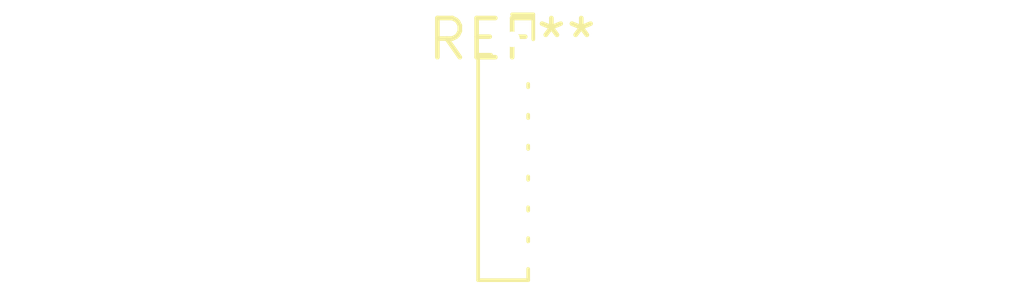
<source format=kicad_pcb>
(kicad_pcb (version 20240108) (generator pcbnew)
  (layers (0 "F.Cu" signal) (31 "B.Cu" signal) (34 "B.Paste" user) (35 "F.Paste" user) (36 "B.SilkS" user "B.Silkscreen") (37 "F.SilkS" user "F.Silkscreen") (38 "B.Mask" user) (39 "F.Mask" user) (44 "Edge.Cuts" user))
  (net 0 "")
  (footprint "PinSocket_1x08_P1.00mm_Vertical" (layer "F.Cu") (at 0 0)
    (property "Reference" "REF**")
    (property "Value" "PinSocket_1x08_P1.00mm_Vertical")
    (fp_line (start -1.1 0.5) (end -1.1 7.81) (layer "F.SilkS") (stroke (width 0.12)))
    (fp_line (start -1.1 0.5) (end -0.685 0.5) (layer "F.SilkS") (stroke (width 0.12)))
    (fp_line (start -1.1 7.81) (end 0.52 7.81) (layer "F.SilkS") (stroke (width 0.12)))
    (fp_line (start 0 -0.81) (end 0.685 -0.81) (layer "F.SilkS") (stroke (width 0.12)))
    (fp_line (start 0.52 1.445898) (end 0.52 1.554102) (layer "F.SilkS") (stroke (width 0.12)))
    (fp_line (start 0.52 2.445898) (end 0.52 2.554102) (layer "F.SilkS") (stroke (width 0.12)))
    (fp_line (start 0.52 3.445898) (end 0.52 3.554102) (layer "F.SilkS") (stroke (width 0.12)))
    (fp_line (start 0.52 4.445898) (end 0.52 4.554102) (layer "F.SilkS") (stroke (width 0.12)))
    (fp_line (start 0.52 5.445898) (end 0.52 5.554102) (layer "F.SilkS") (stroke (width 0.12)))
    (fp_line (start 0.52 6.445898) (end 0.52 6.554102) (layer "F.SilkS") (stroke (width 0.12)))
    (fp_line (start 0.52 7.445898) (end 0.52 7.81) (layer "F.SilkS") (stroke (width 0.12)))
    (fp_line (start 0.685 -0.81) (end 0.685 0) (layer "F.SilkS") (stroke (width 0.12)))
    (pad "1" thru_hole rect (at 0 0) (size 0.85 0.85) (drill 0.5) (layers *.Cu *.Mask) (remove_unused_layers))
    (pad "2" thru_hole oval (at 0 1) (size 0.85 0.85) (drill 0.5) (layers *.Cu *.Mask) (remove_unused_layers))
    (pad "3" thru_hole oval (at 0 2) (size 0.85 0.85) (drill 0.5) (layers *.Cu *.Mask) (remove_unused_layers))
    (pad "4" thru_hole oval (at 0 3) (size 0.85 0.85) (drill 0.5) (layers *.Cu *.Mask) (remove_unused_layers))
    (pad "5" thru_hole oval (at 0 4) (size 0.85 0.85) (drill 0.5) (layers *.Cu *.Mask) (remove_unused_layers))
    (pad "6" thru_hole oval (at 0 5) (size 0.85 0.85) (drill 0.5) (layers *.Cu *.Mask) (remove_unused_layers))
    (pad "7" thru_hole oval (at 0 6) (size 0.85 0.85) (drill 0.5) (layers *.Cu *.Mask) (remove_unused_layers))
    (pad "8" thru_hole oval (at 0 7) (size 0.85 0.85) (drill 0.5) (layers *.Cu *.Mask) (remove_unused_layers))
  )
)
</source>
